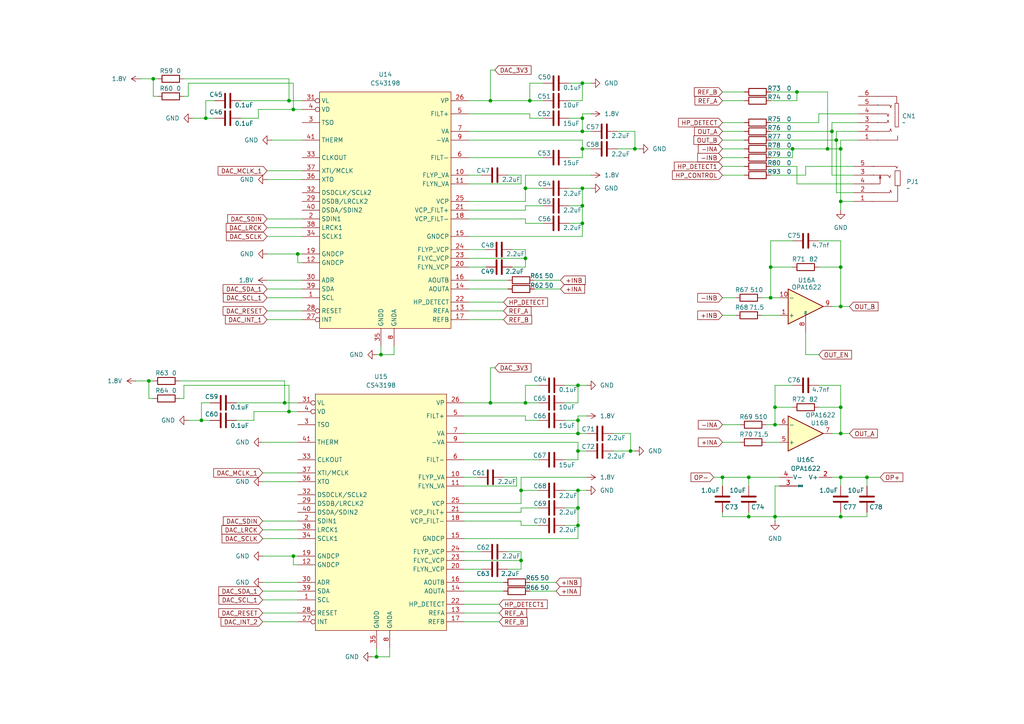
<source format=kicad_sch>
(kicad_sch (version 20250114) (generator "eeschema") (generator_version "9.0")
  (paper "A4")
  (junction (at 168.91 59.69))
  (junction (at 217.17 149.86))
  (junction (at 168.91 34.29))
  (junction (at 209.55 138.43))
  (junction (at 243.84 149.86))
  (junction (at 224.79 123.19))
  (junction (at 167.64 130.81))
  (junction (at 251.46 138.43))
  (junction (at 231.14 26.67))
  (junction (at 241.3 38.1))
  (junction (at 142.24 29.21))
  (junction (at 224.79 118.11))
  (junction (at 168.91 24.13))
  (junction (at 142.24 116.84))
  (junction (at 182.88 130.81))
  (junction (at 152.4 54.61))
  (junction (at 167.64 147.32))
  (junction (at 243.84 125.73))
  (junction (at 44.45 22.86))
  (junction (at 168.91 38.1))
  (junction (at 243.84 138.43))
  (junction (at 110.49 102.87))
  (junction (at 223.52 77.47))
  (junction (at 229.87 43.18))
  (junction (at 59.69 34.29))
  (junction (at 85.09 31.75))
  (junction (at 83.82 29.21))
  (junction (at 152.4 74.93))
  (junction (at 167.64 142.24))
  (junction (at 243.84 88.9))
  (junction (at 151.13 162.56))
  (junction (at 168.91 64.77))
  (junction (at 167.64 111.76))
  (junction (at 243.84 58.42))
  (junction (at 109.22 190.5))
  (junction (at 83.82 119.38))
  (junction (at 223.52 86.36))
  (junction (at 151.13 142.24))
  (junction (at 152.4 116.84))
  (junction (at 240.03 43.18))
  (junction (at 242.57 40.64))
  (junction (at 82.55 116.84))
  (junction (at 85.09 161.29))
  (junction (at 243.84 43.18))
  (junction (at 153.67 29.21))
  (junction (at 43.18 110.49))
  (junction (at 168.91 43.18))
  (junction (at 243.84 77.47))
  (junction (at 243.84 118.11))
  (junction (at 168.91 54.61))
  (junction (at 167.64 121.92))
  (junction (at 217.17 138.43))
  (junction (at 86.36 73.66))
  (junction (at 58.42 121.92))
  (junction (at 167.64 125.73))
  (junction (at 167.64 152.4))
  (junction (at 224.79 149.86))
  (junction (at 184.15 43.18))
  (wire (pts (xy 209.55 91.44) (xy 213.36 91.44)))
  (wire (pts (xy 151.13 152.4) (xy 156.21 152.4)))
  (wire (pts (xy 163.83 111.76) (xy 167.64 111.76)))
  (wire (pts (xy 170.18 138.43) (xy 151.13 138.43)))
  (wire (pts (xy 77.47 68.58) (xy 87.63 68.58)))
  (wire (pts (xy 168.91 43.18) (xy 168.91 45.72)))
  (wire (pts (xy 231.14 26.67) (xy 240.03 26.67)))
  (wire (pts (xy 224.79 118.11) (xy 224.79 123.19)))
  (wire (pts (xy 135.89 58.42) (xy 152.4 58.42)))
  (wire (pts (xy 54.61 121.92) (xy 58.42 121.92)))
  (wire (pts (xy 135.89 53.34) (xy 151.13 53.34)))
  (wire (pts (xy 237.49 111.76) (xy 243.84 111.76)))
  (wire (pts (xy 44.45 110.49) (xy 43.18 110.49)))
  (wire (pts (xy 170.18 120.65) (xy 167.64 120.65)))
  (wire (pts (xy 222.25 123.19) (xy 224.79 123.19)))
  (wire (pts (xy 237.49 33.02) (xy 248.92 33.02)))
  (wire (pts (xy 74.93 31.75) (xy 85.09 31.75)))
  (wire (pts (xy 243.84 138.43) (xy 251.46 138.43)))
  (wire (pts (xy 151.13 148.59) (xy 151.13 147.32)))
  (wire (pts (xy 134.62 171.45) (xy 146.05 171.45)))
  (wire (pts (xy 229.87 43.18) (xy 223.52 43.18)))
  (wire (pts (xy 78.74 40.64) (xy 87.63 40.64)))
  (wire (pts (xy 229.87 69.85) (xy 223.52 69.85)))
  (wire (pts (xy 223.52 77.47) (xy 223.52 86.36)))
  (wire (pts (xy 163.83 152.4) (xy 167.64 152.4)))
  (wire (pts (xy 224.79 149.86) (xy 224.79 151.13)))
  (wire (pts (xy 73.66 119.38) (xy 83.82 119.38)))
  (wire (pts (xy 135.89 29.21) (xy 142.24 29.21)))
  (wire (pts (xy 217.17 138.43) (xy 217.17 140.97)))
  (wire (pts (xy 168.91 24.13) (xy 171.45 24.13)))
  (wire (pts (xy 223.52 26.67) (xy 231.14 26.67)))
  (wire (pts (xy 134.62 146.05) (xy 151.13 146.05)))
  (wire (pts (xy 224.79 140.97) (xy 226.06 140.97)))
  (wire (pts (xy 135.89 38.1) (xy 168.91 38.1)))
  (wire (pts (xy 167.64 111.76) (xy 167.64 116.84)))
  (wire (pts (xy 77.47 86.36) (xy 87.63 86.36)))
  (wire (pts (xy 134.62 156.21) (xy 167.64 156.21)))
  (wire (pts (xy 143.51 20.32) (xy 142.24 20.32)))
  (wire (pts (xy 209.55 40.64) (xy 215.9 40.64)))
  (wire (pts (xy 251.46 138.43) (xy 255.27 138.43)))
  (wire (pts (xy 107.95 190.5) (xy 109.22 190.5)))
  (wire (pts (xy 167.64 130.81) (xy 167.64 133.35)))
  (wire (pts (xy 135.89 77.47) (xy 140.97 77.47)))
  (wire (pts (xy 153.67 168.91) (xy 161.29 168.91)))
  (wire (pts (xy 168.91 40.64) (xy 168.91 43.18)))
  (wire (pts (xy 76.2 128.27) (xy 86.36 128.27)))
  (wire (pts (xy 76.2 180.34) (xy 86.36 180.34)))
  (wire (pts (xy 243.84 88.9) (xy 241.3 88.9)))
  (wire (pts (xy 243.84 69.85) (xy 243.84 77.47)))
  (wire (pts (xy 184.15 130.81) (xy 182.88 130.81)))
  (wire (pts (xy 168.91 54.61) (xy 171.45 54.61)))
  (wire (pts (xy 142.24 20.32) (xy 142.24 29.21)))
  (wire (pts (xy 152.4 74.93) (xy 152.4 72.39)))
  (wire (pts (xy 233.68 48.26) (xy 233.68 50.8)))
  (wire (pts (xy 241.3 38.1) (xy 241.3 50.8)))
  (wire (pts (xy 168.91 38.1) (xy 171.45 38.1)))
  (wire (pts (xy 85.09 163.83) (xy 85.09 161.29)))
  (wire (pts (xy 168.91 54.61) (xy 165.1 54.61)))
  (wire (pts (xy 220.98 91.44) (xy 226.06 91.44)))
  (wire (pts (xy 152.4 54.61) (xy 157.48 54.61)))
  (wire (pts (xy 168.91 24.13) (xy 168.91 29.21)))
  (wire (pts (xy 109.22 190.5) (xy 109.22 187.96)))
  (wire (pts (xy 243.84 40.64) (xy 243.84 43.18)))
  (wire (pts (xy 135.89 90.17) (xy 146.05 90.17)))
  (wire (pts (xy 134.62 180.34) (xy 144.78 180.34)))
  (wire (pts (xy 243.84 43.18) (xy 243.84 58.42)))
  (wire (pts (xy 113.03 190.5) (xy 109.22 190.5)))
  (wire (pts (xy 165.1 24.13) (xy 168.91 24.13)))
  (wire (pts (xy 241.3 35.56) (xy 248.92 35.56)))
  (wire (pts (xy 86.36 76.2) (xy 86.36 73.66)))
  (wire (pts (xy 151.13 50.8) (xy 147.32 50.8)))
  (wire (pts (xy 237.49 33.02) (xy 237.49 35.56)))
  (wire (pts (xy 113.03 187.96) (xy 113.03 190.5)))
  (wire (pts (xy 60.96 121.92) (xy 58.42 121.92)))
  (wire (pts (xy 135.89 60.96) (xy 152.4 60.96)))
  (wire (pts (xy 251.46 149.86) (xy 243.84 149.86)))
  (wire (pts (xy 237.49 69.85) (xy 243.84 69.85)))
  (wire (pts (xy 134.62 151.13) (xy 151.13 151.13)))
  (wire (pts (xy 167.64 152.4) (xy 167.64 147.32)))
  (wire (pts (xy 243.84 40.64) (xy 248.92 40.64)))
  (wire (pts (xy 223.52 35.56) (xy 237.49 35.56)))
  (wire (pts (xy 134.62 168.91) (xy 146.05 168.91)))
  (wire (pts (xy 240.03 43.18) (xy 243.84 43.18)))
  (wire (pts (xy 171.45 50.8) (xy 152.4 50.8)))
  (wire (pts (xy 86.36 73.66) (xy 87.63 73.66)))
  (wire (pts (xy 167.64 130.81) (xy 170.18 130.81)))
  (wire (pts (xy 134.62 133.35) (xy 156.21 133.35)))
  (wire (pts (xy 149.86 138.43) (xy 146.05 138.43)))
  (wire (pts (xy 209.55 138.43) (xy 217.17 138.43)))
  (wire (pts (xy 152.4 116.84) (xy 152.4 111.76)))
  (wire (pts (xy 134.62 138.43) (xy 138.43 138.43)))
  (wire (pts (xy 168.91 38.1) (xy 168.91 34.29)))
  (wire (pts (xy 69.85 29.21) (xy 83.82 29.21)))
  (wire (pts (xy 151.13 53.34) (xy 151.13 50.8)))
  (wire (pts (xy 152.4 77.47) (xy 152.4 74.93)))
  (wire (pts (xy 77.47 63.5) (xy 87.63 63.5)))
  (wire (pts (xy 217.17 149.86) (xy 209.55 149.86)))
  (wire (pts (xy 209.55 43.18) (xy 215.9 43.18)))
  (wire (pts (xy 165.1 29.21) (xy 168.91 29.21)))
  (wire (pts (xy 207.01 138.43) (xy 209.55 138.43)))
  (wire (pts (xy 209.55 128.27) (xy 214.63 128.27)))
  (wire (pts (xy 77.47 92.71) (xy 87.63 92.71)))
  (wire (pts (xy 135.89 74.93) (xy 152.4 74.93)))
  (wire (pts (xy 76.2 156.21) (xy 86.36 156.21)))
  (wire (pts (xy 153.67 29.21) (xy 157.48 29.21)))
  (wire (pts (xy 59.69 29.21) (xy 62.23 29.21)))
  (wire (pts (xy 85.09 24.13) (xy 85.09 31.75)))
  (wire (pts (xy 77.47 81.28) (xy 87.63 81.28)))
  (wire (pts (xy 149.86 140.97) (xy 149.86 138.43)))
  (wire (pts (xy 151.13 165.1) (xy 151.13 162.56)))
  (wire (pts (xy 243.84 138.43) (xy 243.84 140.97)))
  (wire (pts (xy 243.84 125.73) (xy 241.3 125.73)))
  (wire (pts (xy 229.87 43.18) (xy 240.03 43.18)))
  (wire (pts (xy 223.52 69.85) (xy 223.52 77.47)))
  (wire (pts (xy 209.55 138.43) (xy 209.55 140.97)))
  (wire (pts (xy 167.64 142.24) (xy 170.18 142.24)))
  (wire (pts (xy 151.13 146.05) (xy 151.13 142.24)))
  (wire (pts (xy 168.91 34.29) (xy 165.1 34.29)))
  (wire (pts (xy 109.22 102.87) (xy 110.49 102.87)))
  (wire (pts (xy 152.4 50.8) (xy 152.4 54.61)))
  (wire (pts (xy 62.23 34.29) (xy 59.69 34.29)))
  (wire (pts (xy 184.15 38.1) (xy 184.15 43.18)))
  (wire (pts (xy 152.4 60.96) (xy 152.4 59.69)))
  (wire (pts (xy 110.49 102.87) (xy 110.49 100.33)))
  (wire (pts (xy 76.2 161.29) (xy 85.09 161.29)))
  (wire (pts (xy 154.94 83.82) (xy 162.56 83.82)))
  (wire (pts (xy 167.64 125.73) (xy 170.18 125.73)))
  (wire (pts (xy 209.55 50.8) (xy 215.9 50.8)))
  (wire (pts (xy 59.69 34.29) (xy 59.69 29.21)))
  (wire (pts (xy 83.82 111.76) (xy 83.82 119.38)))
  (wire (pts (xy 152.4 58.42) (xy 152.4 54.61)))
  (wire (pts (xy 39.37 110.49) (xy 43.18 110.49)))
  (wire (pts (xy 209.55 26.67) (xy 215.9 26.67)))
  (wire (pts (xy 167.64 120.65) (xy 167.64 121.92)))
  (wire (pts (xy 83.82 22.86) (xy 83.82 29.21)))
  (wire (pts (xy 76.2 137.16) (xy 86.36 137.16)))
  (wire (pts (xy 152.4 72.39) (xy 148.59 72.39)))
  (wire (pts (xy 168.91 59.69) (xy 168.91 54.61)))
  (wire (pts (xy 153.67 33.02) (xy 135.89 33.02)))
  (wire (pts (xy 220.98 86.36) (xy 223.52 86.36)))
  (wire (pts (xy 241.3 138.43) (xy 243.84 138.43)))
  (wire (pts (xy 233.68 96.52) (xy 233.68 102.87)))
  (wire (pts (xy 134.62 175.26) (xy 144.78 175.26)))
  (wire (pts (xy 224.79 149.86) (xy 217.17 149.86)))
  (wire (pts (xy 167.64 147.32) (xy 167.64 142.24)))
  (wire (pts (xy 163.83 147.32) (xy 167.64 147.32)))
  (wire (pts (xy 135.89 83.82) (xy 147.32 83.82)))
  (wire (pts (xy 209.55 35.56) (xy 215.9 35.56)))
  (wire (pts (xy 167.64 156.21) (xy 167.64 152.4)))
  (wire (pts (xy 168.91 68.58) (xy 168.91 64.77)))
  (wire (pts (xy 77.47 52.07) (xy 87.63 52.07)))
  (wire (pts (xy 242.57 55.88) (xy 247.65 55.88)))
  (wire (pts (xy 53.34 22.86) (xy 83.82 22.86)))
  (wire (pts (xy 185.42 43.18) (xy 184.15 43.18)))
  (wire (pts (xy 52.07 110.49) (xy 82.55 110.49)))
  (wire (pts (xy 224.79 140.97) (xy 224.79 149.86)))
  (wire (pts (xy 142.24 106.68) (xy 142.24 116.84)))
  (wire (pts (xy 76.2 168.91) (xy 86.36 168.91)))
  (wire (pts (xy 76.2 153.67) (xy 86.36 153.67)))
  (wire (pts (xy 134.62 177.8) (xy 144.78 177.8)))
  (wire (pts (xy 74.93 34.29) (xy 69.85 34.29)))
  (wire (pts (xy 243.84 149.86) (xy 224.79 149.86)))
  (wire (pts (xy 151.13 138.43) (xy 151.13 142.24)))
  (wire (pts (xy 86.36 163.83) (xy 85.09 163.83)))
  (wire (pts (xy 231.14 48.26) (xy 223.52 48.26)))
  (wire (pts (xy 243.84 125.73) (xy 246.38 125.73)))
  (wire (pts (xy 54.61 24.13) (xy 85.09 24.13)))
  (wire (pts (xy 76.2 173.99) (xy 86.36 173.99)))
  (wire (pts (xy 224.79 123.19) (xy 226.06 123.19)))
  (wire (pts (xy 147.32 165.1) (xy 151.13 165.1)))
  (wire (pts (xy 44.45 22.86) (xy 44.45 27.94)))
  (wire (pts (xy 87.63 76.2) (xy 86.36 76.2)))
  (wire (pts (xy 135.89 87.63) (xy 146.05 87.63)))
  (wire (pts (xy 251.46 138.43) (xy 251.46 140.97)))
  (wire (pts (xy 77.47 73.66) (xy 86.36 73.66)))
  (wire (pts (xy 152.4 111.76) (xy 156.21 111.76)))
  (wire (pts (xy 231.14 29.21) (xy 223.52 29.21)))
  (wire (pts (xy 156.21 121.92) (xy 152.4 121.92)))
  (wire (pts (xy 167.64 121.92) (xy 163.83 121.92)))
  (wire (pts (xy 233.68 102.87) (xy 237.49 102.87)))
  (wire (pts (xy 76.2 171.45) (xy 86.36 171.45)))
  (wire (pts (xy 152.4 59.69) (xy 157.48 59.69)))
  (wire (pts (xy 209.55 148.59) (xy 209.55 149.86)))
  (wire (pts (xy 168.91 64.77) (xy 168.91 59.69)))
  (wire (pts (xy 223.52 38.1) (xy 241.3 38.1)))
  (wire (pts (xy 134.62 160.02) (xy 139.7 160.02)))
  (wire (pts (xy 209.55 29.21) (xy 215.9 29.21)))
  (wire (pts (xy 182.88 125.73) (xy 182.88 130.81)))
  (wire (pts (xy 224.79 111.76) (xy 224.79 118.11)))
  (wire (pts (xy 248.92 38.1) (xy 242.57 38.1)))
  (wire (pts (xy 53.34 111.76) (xy 83.82 111.76)))
  (wire (pts (xy 73.66 119.38) (xy 73.66 121.92)))
  (wire (pts (xy 179.07 43.18) (xy 184.15 43.18)))
  (wire (pts (xy 55.88 34.29) (xy 59.69 34.29)))
  (wire (pts (xy 243.84 111.76) (xy 243.84 118.11)))
  (wire (pts (xy 177.8 125.73) (xy 182.88 125.73)))
  (wire (pts (xy 134.62 165.1) (xy 139.7 165.1)))
  (wire (pts (xy 165.1 59.69) (xy 168.91 59.69)))
  (wire (pts (xy 135.89 50.8) (xy 139.7 50.8)))
  (wire (pts (xy 153.67 34.29) (xy 153.67 33.02)))
  (wire (pts (xy 45.72 22.86) (xy 44.45 22.86)))
  (wire (pts (xy 43.18 115.57) (xy 44.45 115.57)))
  (wire (pts (xy 135.89 92.71) (xy 146.05 92.71)))
  (wire (pts (xy 229.87 111.76) (xy 224.79 111.76)))
  (wire (pts (xy 167.64 142.24) (xy 163.83 142.24)))
  (wire (pts (xy 135.89 81.28) (xy 147.32 81.28)))
  (wire (pts (xy 135.89 40.64) (xy 168.91 40.64)))
  (wire (pts (xy 171.45 33.02) (xy 168.91 33.02)))
  (wire (pts (xy 151.13 151.13) (xy 151.13 152.4)))
  (wire (pts (xy 237.49 77.47) (xy 243.84 77.47)))
  (wire (pts (xy 179.07 38.1) (xy 184.15 38.1)))
  (wire (pts (xy 237.49 118.11) (xy 243.84 118.11)))
  (wire (pts (xy 77.47 49.53) (xy 87.63 49.53)))
  (wire (pts (xy 209.55 38.1) (xy 215.9 38.1)))
  (wire (pts (xy 54.61 27.94) (xy 54.61 24.13)))
  (wire (pts (xy 58.42 116.84) (xy 60.96 116.84)))
  (wire (pts (xy 142.24 116.84) (xy 152.4 116.84)))
  (wire (pts (xy 134.62 140.97) (xy 149.86 140.97)))
  (wire (pts (xy 73.66 121.92) (xy 68.58 121.92)))
  (wire (pts (xy 134.62 116.84) (xy 142.24 116.84)))
  (wire (pts (xy 242.57 38.1) (xy 242.57 40.64)))
  (wire (pts (xy 53.34 115.57) (xy 53.34 111.76)))
  (wire (pts (xy 217.17 138.43) (xy 226.06 138.43)))
  (wire (pts (xy 209.55 123.19) (xy 214.63 123.19)))
  (wire (pts (xy 134.62 148.59) (xy 151.13 148.59)))
  (wire (pts (xy 223.52 40.64) (xy 242.57 40.64)))
  (wire (pts (xy 251.46 148.59) (xy 251.46 149.86)))
  (wire (pts (xy 76.2 139.7) (xy 86.36 139.7)))
  (wire (pts (xy 168.91 43.18) (xy 171.45 43.18)))
  (wire (pts (xy 85.09 161.29) (xy 86.36 161.29)))
  (wire (pts (xy 247.65 48.26) (xy 233.68 48.26)))
  (wire (pts (xy 243.84 58.42) (xy 243.84 60.96)))
  (wire (pts (xy 153.67 29.21) (xy 153.67 24.13)))
  (wire (pts (xy 229.87 118.11) (xy 224.79 118.11)))
  (wire (pts (xy 134.62 125.73) (xy 167.64 125.73)))
  (wire (pts (xy 229.87 45.72) (xy 229.87 43.18)))
  (wire (pts (xy 229.87 77.47) (xy 223.52 77.47)))
  (wire (pts (xy 152.4 120.65) (xy 134.62 120.65)))
  (wire (pts (xy 142.24 29.21) (xy 153.67 29.21)))
  (wire (pts (xy 240.03 26.67) (xy 240.03 43.18)))
  (wire (pts (xy 114.3 102.87) (xy 110.49 102.87)))
  (wire (pts (xy 222.25 128.27) (xy 226.06 128.27)))
  (wire (pts (xy 151.13 162.56) (xy 151.13 160.02)))
  (wire (pts (xy 134.62 162.56) (xy 151.13 162.56)))
  (wire (pts (xy 44.45 27.94) (xy 45.72 27.94)))
  (wire (pts (xy 177.8 130.81) (xy 182.88 130.81)))
  (wire (pts (xy 223.52 45.72) (xy 229.87 45.72)))
  (wire (pts (xy 135.89 72.39) (xy 140.97 72.39)))
  (wire (pts (xy 243.84 88.9) (xy 246.38 88.9)))
  (wire (pts (xy 58.42 121.92) (xy 58.42 116.84)))
  (wire (pts (xy 241.3 35.56) (xy 241.3 38.1)))
  (wire (pts (xy 241.3 50.8) (xy 247.65 50.8)))
  (wire (pts (xy 151.13 142.24) (xy 156.21 142.24)))
  (wire (pts (xy 243.84 148.59) (xy 243.84 149.86)))
  (wire (pts (xy 154.94 81.28) (xy 162.56 81.28)))
  (wire (pts (xy 74.93 31.75) (xy 74.93 34.29)))
  (wire (pts (xy 242.57 40.64) (xy 242.57 55.88)))
  (wire (pts (xy 40.64 22.86) (xy 44.45 22.86)))
  (wire (pts (xy 82.55 110.49) (xy 82.55 116.84)))
  (wire (pts (xy 77.47 66.04) (xy 87.63 66.04)))
  (wire (pts (xy 152.4 121.92) (xy 152.4 120.65)))
  (wire (pts (xy 217.17 148.59) (xy 217.17 149.86)))
  (wire (pts (xy 87.63 31.75) (xy 85.09 31.75)))
  (wire (pts (xy 243.84 118.11) (xy 243.84 125.73)))
  (wire (pts (xy 167.64 111.76) (xy 170.18 111.76)))
  (wire (pts (xy 143.51 106.68) (xy 142.24 106.68)))
  (wire (pts (xy 83.82 29.21) (xy 87.63 29.21)))
  (wire (pts (xy 167.64 125.73) (xy 167.64 121.92)))
  (wire (pts (xy 231.14 26.67) (xy 231.14 29.21)))
  (wire (pts (xy 151.13 147.32) (xy 156.21 147.32)))
  (wire (pts (xy 76.2 151.13) (xy 86.36 151.13)))
  (wire (pts (xy 209.55 45.72) (xy 215.9 45.72)))
  (wire (pts (xy 167.64 128.27) (xy 167.64 130.81)))
  (wire (pts (xy 153.67 24.13) (xy 157.48 24.13)))
  (wire (pts (xy 76.2 177.8) (xy 86.36 177.8)))
  (wire (pts (xy 148.59 77.47) (xy 152.4 77.47)))
  (wire (pts (xy 52.07 115.57) (xy 53.34 115.57)))
  (wire (pts (xy 53.34 27.94) (xy 54.61 27.94)))
  (wire (pts (xy 135.89 63.5) (xy 152.4 63.5)))
  (wire (pts (xy 223.52 86.36) (xy 226.06 86.36)))
  (wire (pts (xy 151.13 160.02) (xy 147.32 160.02)))
  (wire (pts (xy 135.89 45.72) (xy 157.48 45.72)))
  (wire (pts (xy 135.89 68.58) (xy 168.91 68.58)))
  (wire (pts (xy 152.4 63.5) (xy 152.4 64.77)))
  (wire (pts (xy 165.1 64.77) (xy 168.91 64.77)))
  (wire (pts (xy 157.48 34.29) (xy 153.67 34.29)))
  (wire (pts (xy 209.55 48.26) (xy 215.9 48.26)))
  (wire (pts (xy 168.91 33.02) (xy 168.91 34.29)))
  (wire (pts (xy 153.67 171.45) (xy 161.29 171.45)))
  (wire (pts (xy 243.84 77.47) (xy 243.84 88.9)))
  (wire (pts (xy 233.68 50.8) (xy 223.52 50.8)))
  (wire (pts (xy 77.47 90.17) (xy 87.63 90.17)))
  (wire (pts (xy 231.14 53.34) (xy 231.14 48.26)))
  (wire (pts (xy 77.47 83.82) (xy 87.63 83.82)))
  (wire (pts (xy 114.3 100.33) (xy 114.3 102.87)))
  (wire (pts (xy 86.36 119.38) (xy 83.82 119.38)))
  (wire (pts (xy 152.4 64.77) (xy 157.48 64.77)))
  (wire (pts (xy 243.84 58.42) (xy 247.65 58.42)))
  (wire (pts (xy 134.62 128.27) (xy 167.64 128.27)))
  (wire (pts (xy 209.55 86.36) (xy 213.36 86.36)))
  (wire (pts (xy 165.1 45.72) (xy 168.91 45.72)))
  (wire (pts (xy 163.83 133.35) (xy 167.64 133.35)))
  (wire (pts (xy 247.65 53.34) (xy 231.14 53.34)))
  (wire (pts (xy 68.58 116.84) (xy 82.55 116.84)))
  (wire (pts (xy 82.55 116.84) (xy 86.36 116.84)))
  (wire (pts (xy 163.83 116.84) (xy 167.64 116.84)))
  (wire (pts (xy 43.18 110.49) (xy 43.18 115.57)))
  (wire (pts (xy 152.4 116.84) (xy 156.21 116.84)))
  (global_label "DAC_RESET" (shape input) (at 76.2 177.8 180) (property "Intersheetrefs" "${INTERSHEET_REFS}" (effects (hide yes))))
  (global_label "+INB" (shape input) (at 162.56 81.28 0) (property "Intersheetrefs" "${INTERSHEET_REFS}" (effects (hide yes))))
  (global_label "REF_A" (shape input) (at 209.55 29.21 180) (property "Intersheetrefs" "${INTERSHEET_REFS}" (effects (hide yes))))
  (global_label "OUT_A" (shape input) (at 209.55 38.1 180) (property "Intersheetrefs" "${INTERSHEET_REFS}" (effects (hide yes))))
  (global_label "REF_B" (shape input) (at 146.05 92.71 0) (property "Intersheetrefs" "${INTERSHEET_REFS}" (effects (hide yes))))
  (global_label "DAC_SDA_1" (shape input) (at 77.47 83.82 180) (property "Intersheetrefs" "${INTERSHEET_REFS}" (effects (hide yes))))
  (global_label "+INA" (shape input) (at 209.55 128.27 180) (property "Intersheetrefs" "${INTERSHEET_REFS}" (effects (hide yes))))
  (global_label "DAC_LRCK" (shape input) (at 77.47 66.04 180) (property "Intersheetrefs" "${INTERSHEET_REFS}" (effects (hide yes))))
  (global_label "+INB" (shape input) (at 161.29 168.91 0) (property "Intersheetrefs" "${INTERSHEET_REFS}" (effects (hide yes))))
  (global_label "OUT_A" (shape input) (at 246.38 125.73 0) (property "Intersheetrefs" "${INTERSHEET_REFS}" (effects (hide yes))))
  (global_label "-INB" (shape input) (at 209.55 45.72 180) (property "Intersheetrefs" "${INTERSHEET_REFS}" (effects (hide yes))))
  (global_label "-INB" (shape input) (at 209.55 86.36 180) (property "Intersheetrefs" "${INTERSHEET_REFS}" (effects (hide yes))))
  (global_label "-INA" (shape input) (at 209.55 43.18 180) (property "Intersheetrefs" "${INTERSHEET_REFS}" (effects (hide yes))))
  (global_label "REF_B" (shape input) (at 144.78 180.34 0) (property "Intersheetrefs" "${INTERSHEET_REFS}" (effects (hide yes))))
  (global_label "HP_CONTROL" (shape input) (at 209.55 50.8 180) (property "Intersheetrefs" "${INTERSHEET_REFS}" (effects (hide yes))))
  (global_label "DAC_SCL_1" (shape input) (at 76.2 173.99 180) (property "Intersheetrefs" "${INTERSHEET_REFS}" (effects (hide yes))))
  (global_label "DAC_LRCK" (shape input) (at 76.2 153.67 180) (property "Intersheetrefs" "${INTERSHEET_REFS}" (effects (hide yes))))
  (global_label "DAC_MCLK_1" (shape input) (at 76.2 137.16 180) (property "Intersheetrefs" "${INTERSHEET_REFS}" (effects (hide yes))))
  (global_label "DAC_3V3" (shape input) (at 143.51 106.68 0) (property "Intersheetrefs" "${INTERSHEET_REFS}" (effects (hide yes))))
  (global_label "DAC_RESET" (shape input) (at 77.47 90.17 180) (property "Intersheetrefs" "${INTERSHEET_REFS}" (effects (hide yes))))
  (global_label "DAC_INT_1" (shape input) (at 77.47 92.71 180) (property "Intersheetrefs" "${INTERSHEET_REFS}" (effects (hide yes))))
  (global_label "+INA" (shape input) (at 162.56 83.82 0) (property "Intersheetrefs" "${INTERSHEET_REFS}" (effects (hide yes))))
  (global_label "DAC_SDIN" (shape input) (at 76.2 151.13 180) (property "Intersheetrefs" "${INTERSHEET_REFS}" (effects (hide yes))))
  (global_label "REF_A" (shape input) (at 146.05 90.17 0) (property "Intersheetrefs" "${INTERSHEET_REFS}" (effects (hide yes))))
  (global_label "HP_DETECT" (shape input) (at 146.05 87.63 0) (property "Intersheetrefs" "${INTERSHEET_REFS}" (effects (hide yes))))
  (global_label "DAC_3V3" (shape input) (at 143.51 20.32 0) (property "Intersheetrefs" "${INTERSHEET_REFS}" (effects (hide yes))))
  (global_label "DAC_SCL_1" (shape input) (at 77.47 86.36 180) (property "Intersheetrefs" "${INTERSHEET_REFS}" (effects (hide yes))))
  (global_label "DAC_MCLK_1" (shape input) (at 77.47 49.53 180) (property "Intersheetrefs" "${INTERSHEET_REFS}" (effects (hide yes))))
  (global_label "+INB" (shape input) (at 209.55 91.44 180) (property "Intersheetrefs" "${INTERSHEET_REFS}" (effects (hide yes))))
  (global_label "REF_A" (shape input) (at 144.78 177.8 0) (property "Intersheetrefs" "${INTERSHEET_REFS}" (effects (hide yes))))
  (global_label "OP+" (shape input) (at 255.27 138.43 0) (property "Intersheetrefs" "${INTERSHEET_REFS}" (effects (hide yes))))
  (global_label "OUT_EN" (shape input) (at 237.49 102.87 0) (property "Intersheetrefs" "${INTERSHEET_REFS}" (effects (hide yes))))
  (global_label "DAC_SDIN" (shape input) (at 77.47 63.5 180) (property "Intersheetrefs" "${INTERSHEET_REFS}" (effects (hide yes))))
  (global_label "-INA" (shape input) (at 209.55 123.19 180) (property "Intersheetrefs" "${INTERSHEET_REFS}" (effects (hide yes))))
  (global_label "HP_DETECT" (shape input) (at 209.55 35.56 180) (property "Intersheetrefs" "${INTERSHEET_REFS}" (effects (hide yes))))
  (global_label "DAC_SCLK" (shape input) (at 76.2 156.21 180) (property "Intersheetrefs" "${INTERSHEET_REFS}" (effects (hide yes))))
  (global_label "OP-" (shape input) (at 207.01 138.43 180) (property "Intersheetrefs" "${INTERSHEET_REFS}" (effects (hide yes))))
  (global_label "+INA" (shape input) (at 161.29 171.45 0) (property "Intersheetrefs" "${INTERSHEET_REFS}" (effects (hide yes))))
  (global_label "HP_DETECT1" (shape input) (at 144.78 175.26 0) (property "Intersheetrefs" "${INTERSHEET_REFS}" (effects (hide yes))))
  (global_label "REF_B" (shape input) (at 209.55 26.67 180) (property "Intersheetrefs" "${INTERSHEET_REFS}" (effects (hide yes))))
  (global_label "DAC_INT_2" (shape input) (at 76.2 180.34 180) (property "Intersheetrefs" "${INTERSHEET_REFS}" (effects (hide yes))))
  (global_label "OUT_B" (shape input) (at 209.55 40.64 180) (property "Intersheetrefs" "${INTERSHEET_REFS}" (effects (hide yes))))
  (global_label "DAC_SCLK" (shape input) (at 77.47 68.58 180) (property "Intersheetrefs" "${INTERSHEET_REFS}" (effects (hide yes))))
  (global_label "DAC_SDA_1" (shape input) (at 76.2 171.45 180) (property "Intersheetrefs" "${INTERSHEET_REFS}" (effects (hide yes))))
  (global_label "OUT_B" (shape input) (at 246.38 88.9 0) (property "Intersheetrefs" "${INTERSHEET_REFS}" (effects (hide yes))))
  (global_label "HP_DETECT1" (shape input) (at 209.55 48.26 180) (property "Intersheetrefs" "${INTERSHEET_REFS}" (effects (hide yes))))
  (symbol (lib_id "power:VCC") (at 171.45 33.02 270) (unit 1)
    (property "Reference" "#PWR0119" (effects (hide yes)))
    (property "Value" "1.8V" (at 175.26 33.0199 90) (effects (justify left)))
    (property "Description" "Power symbol creates a global label with name \"VCC\"" (effects (hide yes)))
  )
  (symbol (lib_id "power:GND") (at 76.2 128.27 270) (unit 1)
    (property "Reference" "#PWR0104" (effects (hide yes)))
    (property "Value" "GND" (at 72.39 128.2699 90) (effects (justify right)))
    (property "Description" "Power symbol creates a global label with name \"GND\" , ground" (effects (hide yes)))
  )
  (symbol (lib_id "Device:C") (at 209.55 144.78 180) (unit 1)
    (property "Reference" "C73" (at 214.122 147.066 0) (effects (justify left)))
    (property "Value" "1.0uF" (at 208.788 142.24 0) (effects (justify left)))
    (property "Footprint" "Capacitor_SMD:C_0402_1005Metric_Pad0.74x0.62mm_HandSolder" (effects (hide yes)))
    (property "Description" "Unpolarized capacitor" (effects (hide yes)))
  )
  (symbol (lib_id "power:GND") (at 76.2 168.91 270) (unit 1)
    (property "Reference" "#PWR0107" (effects (hide yes)))
    (property "Value" "GND" (at 72.39 168.9099 90) (effects (justify right)))
    (property "Description" "Power symbol creates a global label with name \"GND\" , ground" (effects (hide yes)))
  )
  (symbol (lib_id "power:VCC") (at 170.18 138.43 270) (unit 1)
    (property "Reference" "#PWR0116" (effects (hide yes)))
    (property "Value" "1.8V" (at 173.99 138.4299 90) (effects (justify left)))
    (property "Description" "Power symbol creates a global label with name \"VCC\"" (effects (hide yes)))
  )
  (symbol (lib_id "Device:C") (at 142.24 138.43 270) (unit 1)
    (property "Reference" "C61" (at 136.906 137.16 90) (effects (justify left)))
    (property "Value" "2.2uF" (at 144.272 139.7 90) (effects (justify left)))
    (property "Footprint" "Capacitor_SMD:C_0402_1005Metric_Pad0.74x0.62mm_HandSolder" (effects (hide yes)))
    (property "Description" "Unpolarized capacitor" (effects (hide yes)))
  )
  (symbol (lib_id "Device:R") (at 217.17 86.36 270) (unit 1)
    (property "Reference" "R67" (at 215.138 84.074 90))
    (property "Value" "510" (at 219.456 84.074 90))
    (property "Footprint" "Resistor_SMD:R_0805_2012Metric" (effects (hide yes)))
    (property "Description" "Resistor" (effects (hide yes)))
  )
  (symbol (lib_id "Device:R") (at 219.71 38.1 270) (unit 1)
    (property "Reference" "R76" (at 224.536 37.084 90))
    (property "Value" "0" (at 228.854 37.084 90))
    (property "Footprint" "Resistor_SMD:R_0805_2012Metric" (effects (hide yes)))
    (property "Description" "Resistor" (effects (hide yes)))
  )
  (symbol (lib_id "Device:C") (at 175.26 43.18 270) (unit 1)
    (property "Reference" "C58" (at 169.926 41.91 90) (effects (justify left)))
    (property "Value" "2.2uF" (at 177.292 44.704 90) (effects (justify left)))
    (property "Footprint" "Capacitor_SMD:C_0402_1005Metric_Pad0.74x0.62mm_HandSolder" (effects (hide yes)))
    (property "Description" "Unpolarized capacitor" (effects (hide yes)))
  )
  (symbol (lib_id "Device:C") (at 144.78 72.39 270) (unit 1)
    (property "Reference" "C48" (at 139.446 71.12 90) (effects (justify left)))
    (property "Value" "2.2uF" (at 146.812 73.66 90) (effects (justify left)))
    (property "Footprint" "Capacitor_SMD:C_0402_1005Metric_Pad0.74x0.62mm_HandSolder" (effects (hide yes)))
    (property "Description" "Unpolarized capacitor" (effects (hide yes)))
  )
  (symbol (lib_id "Device:R") (at 151.13 81.28 270) (unit 1)
    (property "Reference" "R61" (at 155.702 80.01 90))
    (property "Value" "50" (at 159.258 80.01 90))
    (property "Footprint" "Resistor_SMD:R_0805_2012Metric" (effects (hide yes)))
    (property "Description" "Resistor" (effects (hide yes)))
  )
  (symbol (lib_id "power:VCC") (at 39.37 110.49 90) (unit 1)
    (property "Reference" "#PWR0100" (effects (hide yes)))
    (property "Value" "1.8V" (at 35.4458 110.4899 90) (effects (justify left)))
    (property "Description" "Power symbol creates a global label with name \"VCC\"" (effects (hide yes)))
  )
  (symbol (lib_id "power:GND") (at 77.47 73.66 270) (unit 1)
    (property "Reference" "#PWR0109" (effects (hide yes)))
    (property "Value" "GND" (at 73.66 73.6599 90) (effects (justify right)))
    (property "Description" "Power symbol creates a global label with name \"GND\" , ground" (effects (hide yes)))
  )
  (symbol (lib_id "Device:R") (at 219.71 45.72 270) (unit 1)
    (property "Reference" "R79" (at 224.536 44.704 90))
    (property "Value" "0" (at 228.854 44.704 90))
    (property "Footprint" "Resistor_SMD:R_0805_2012Metric" (effects (hide yes)))
    (property "Description" "Resistor" (effects (hide yes)))
  )
  (symbol (lib_id "Device:R") (at 219.71 26.67 270) (unit 1)
    (property "Reference" "R73" (at 224.536 25.654 90))
    (property "Value" "0" (at 228.854 25.654 90))
    (property "Footprint" "Resistor_SMD:R_0805_2012Metric" (effects (hide yes)))
    (property "Description" "Resistor" (effects (hide yes)))
  )
  (symbol (lib_id "power:GND") (at 76.2 139.7 270) (unit 1)
    (property "Reference" "#PWR0105" (effects (hide yes)))
    (property "Value" "GND" (at 72.39 139.6999 90) (effects (justify right)))
    (property "Description" "Power symbol creates a global label with name \"GND\" , ground" (effects (hide yes)))
  )
  (symbol (lib_id "Device:C") (at 160.02 116.84 90) (unit 1)
    (property "Reference" "C65" (at 158.496 115.57 90) (effects (justify left)))
    (property "Value" "10uF" (at 166.878 118.11 90) (effects (justify left)))
    (property "Footprint" "Capacitor_SMD:C_0402_1005Metric_Pad0.74x0.62mm_HandSolder" (effects (hide yes)))
    (property "Description" "Unpolarized capacitor" (effects (hide yes)))
  )
  (symbol (lib_id "Device:C") (at 161.29 29.21 90) (unit 1)
    (property "Reference" "C51" (at 159.766 27.94 90) (effects (justify left)))
    (property "Value" "10uF" (at 168.148 30.48 90) (effects (justify left)))
    (property "Footprint" "Capacitor_SMD:C_0402_1005Metric_Pad0.74x0.62mm_HandSolder" (effects (hide yes)))
    (property "Description" "Unpolarized capacitor" (effects (hide yes)))
  )
  (symbol (lib_id "Device:C") (at 251.46 144.78 180) (unit 1)
    (property "Reference" "C78" (at 256.032 147.066 0) (effects (justify left)))
    (property "Value" "10uF" (at 250.698 142.24 0) (effects (justify left)))
    (property "Footprint" "Capacitor_SMD:C_0402_1005Metric_Pad0.74x0.62mm_HandSolder" (effects (hide yes)))
    (property "Description" "Unpolarized capacitor" (effects (hide yes)))
  )
  (symbol (lib_id "power:GND") (at 224.79 151.13 0) (unit 1)
    (property "Reference" "#PWR0124" (effects (hide yes)))
    (property "Value" "GND" (at 224.79 156.21 0))
    (property "Description" "Power symbol creates a global label with name \"GND\" , ground" (effects (hide yes)))
  )
  (symbol (lib_id "power:GND") (at 77.47 52.07 270) (unit 1)
    (property "Reference" "#PWR0108" (effects (hide yes)))
    (property "Value" "GND" (at 73.66 52.0699 90) (effects (justify right)))
    (property "Description" "Power symbol creates a global label with name \"GND\" , ground" (effects (hide yes)))
  )
  (symbol (lib_id "power:GND") (at 170.18 142.24 90) (unit 1)
    (property "Reference" "#PWR0117" (effects (hide yes)))
    (property "Value" "GND" (at 173.99 142.2399 90) (effects (justify right)))
    (property "Description" "Power symbol creates a global label with name \"GND\" , ground" (effects (hide yes)))
  )
  (symbol (lib_id "Device:R") (at 219.71 40.64 270) (unit 1)
    (property "Reference" "R77" (at 224.536 39.624 90))
    (property "Value" "0" (at 228.854 39.624 90))
    (property "Footprint" "Resistor_SMD:R_0805_2012Metric" (effects (hide yes)))
    (property "Description" "Resistor" (effects (hide yes)))
  )
  (symbol (lib_id "Device:R") (at 48.26 110.49 270) (unit 1)
    (property "Reference" "R63" (at 46.99 108.204 90))
    (property "Value" "0" (at 50.546 108.204 90))
    (property "Footprint" "Resistor_SMD:R_0402_1005Metric_Pad0.72x0.64mm_HandSolder" (effects (hide yes)))
    (property "Description" "Resistor" (effects (hide yes)))
  )
  (symbol (lib_id "Device:C") (at 175.26 38.1 270) (unit 1)
    (property "Reference" "C57" (at 169.926 36.83 90) (effects (justify left)))
    (property "Value" "2.2uF" (at 177.292 39.37 90) (effects (justify left)))
    (property "Footprint" "Capacitor_SMD:C_0402_1005Metric_Pad0.74x0.62mm_HandSolder" (effects (hide yes)))
    (property "Description" "Unpolarized capacitor" (effects (hide yes)))
  )
  (symbol (lib_id "Device:C") (at 243.84 144.78 180) (unit 1)
    (property "Reference" "C77" (at 248.412 147.066 0) (effects (justify left)))
    (property "Value" "1.0uF" (at 243.078 142.24 0) (effects (justify left)))
    (property "Footprint" "Capacitor_SMD:C_0402_1005Metric_Pad0.74x0.62mm_HandSolder" (effects (hide yes)))
    (property "Description" "Unpolarized capacitor" (effects (hide yes)))
  )
  (symbol (lib_id "power:GND") (at 107.95 190.5 270) (unit 1)
    (property "Reference" "#PWR0112" (effects (hide yes)))
    (property "Value" "GND" (at 104.14 190.4999 90) (effects (justify right)))
    (property "Description" "Power symbol creates a global label with name \"GND\" , ground" (effects (hide yes)))
  )
  (symbol (lib_id "Device:R") (at 149.86 168.91 270) (unit 1)
    (property "Reference" "R65" (at 154.432 167.64 90))
    (property "Value" "50" (at 157.988 167.64 90))
    (property "Footprint" "Resistor_SMD:R_0805_2012Metric" (effects (hide yes)))
    (property "Description" "Resistor" (effects (hide yes)))
  )
  (symbol (lib_id "Device:C") (at 160.02 121.92 90) (unit 1)
    (property "Reference" "C66" (at 158.496 120.65 90) (effects (justify left)))
    (property "Value" "15uF" (at 166.878 123.444 90) (effects (justify left)))
    (property "Footprint" "Capacitor_SMD:C_0402_1005Metric_Pad0.74x0.62mm_HandSolder" (effects (hide yes)))
    (property "Description" "Unpolarized capacitor" (effects (hide yes)))
  )
  (symbol (lib_id "Device:R") (at 218.44 128.27 270) (unit 1)
    (property "Reference" "R70" (at 216.408 125.984 90))
    (property "Value" "71.5" (at 220.726 125.984 90))
    (property "Footprint" "Resistor_SMD:R_0805_2012Metric" (effects (hide yes)))
    (property "Description" "Resistor" (effects (hide yes)))
  )
  (symbol (lib_id "Device:R") (at 49.53 22.86 270) (unit 1)
    (property "Reference" "R59" (at 48.26 20.574 90))
    (property "Value" "0" (at 51.816 20.574 90))
    (property "Footprint" "Resistor_SMD:R_0402_1005Metric_Pad0.72x0.64mm_HandSolder" (effects (hide yes)))
    (property "Description" "Resistor" (effects (hide yes)))
  )
  (symbol (lib_id "power:GND") (at 171.45 54.61 90) (unit 1)
    (property "Reference" "#PWR0121" (effects (hide yes)))
    (property "Value" "GND" (at 175.26 54.6099 90) (effects (justify right)))
    (property "Description" "Power symbol creates a global label with name \"GND\" , ground" (effects (hide yes)))
  )
  (symbol (lib_id "Device:C") (at 160.02 133.35 90) (unit 1)
    (property "Reference" "C67" (at 158.496 132.08 90) (effects (justify left)))
    (property "Value" "15uF" (at 166.878 134.874 90) (effects (justify left)))
    (property "Footprint" "Capacitor_SMD:C_0402_1005Metric_Pad0.74x0.62mm_HandSolder" (effects (hide yes)))
    (property "Description" "Unpolarized capacitor" (effects (hide yes)))
  )
  (symbol (lib_id "Device:C") (at 64.77 121.92 270) (unit 1)
    (property "Reference" "C60" (at 59.436 120.142 90) (effects (justify left)))
    (property "Value" "0.1uF" (at 66.802 123.444 90) (effects (justify left)))
    (property "Footprint" "Capacitor_SMD:C_0402_1005Metric_Pad0.74x0.62mm_HandSolder" (effects (hide yes)))
    (property "Description" "Unpolarized capacitor" (effects (hide yes)))
  )
  (symbol (lib_id "Device:C") (at 233.68 111.76 270) (unit 1)
    (property "Reference" "C76" (at 228.346 110.236 90) (effects (justify left)))
    (property "Value" "4.7nf" (at 235.458 113.03 90) (effects (justify left)))
    (property "Footprint" "Capacitor_SMD:C_0805_2012Metric_Pad1.18x1.45mm_HandSolder" (effects (hide yes)))
    (property "Description" "Unpolarized capacitor" (effects (hide yes)))
  )
  (symbol (lib_id "Device:R") (at 219.71 48.26 270) (unit 1)
    (property "Reference" "R80" (at 224.536 47.244 90))
    (property "Value" "0" (at 228.854 47.244 90))
    (property "Footprint" "Resistor_SMD:R_0805_2012Metric" (effects (hide yes)))
    (property "Description" "Resistor" (effects (hide yes)))
  )
  (symbol (lib_id "Device:C") (at 160.02 142.24 270) (unit 1)
    (property "Reference" "C68" (at 154.686 140.97 90) (effects (justify left)))
    (property "Value" "2.2uF" (at 162.052 143.764 90) (effects (justify left)))
    (property "Footprint" "Capacitor_SMD:C_0402_1005Metric_Pad0.74x0.62mm_HandSolder" (effects (hide yes)))
    (property "Description" "Unpolarized capacitor" (effects (hide yes)))
  )
  (symbol (lib_id "Device:C") (at 143.51 50.8 270) (unit 1)
    (property "Reference" "C47" (at 138.176 49.53 90) (effects (justify left)))
    (property "Value" "2.2uF" (at 145.542 52.07 90) (effects (justify left)))
    (property "Footprint" "Capacitor_SMD:C_0402_1005Metric_Pad0.74x0.62mm_HandSolder" (effects (hide yes)))
    (property "Description" "Unpolarized capacitor" (effects (hide yes)))
  )
  (symbol (lib_id "Device:C") (at 160.02 152.4 270) (unit 1)
    (property "Reference" "C70" (at 154.686 151.13 90) (effects (justify left)))
    (property "Value" "2.2uF" (at 162.052 153.67 90) (effects (justify left)))
    (property "Footprint" "Capacitor_SMD:C_0402_1005Metric_Pad0.74x0.62mm_HandSolder" (effects (hide yes)))
    (property "Description" "Unpolarized capacitor" (effects (hide yes)))
  )
  (symbol (lib_id "Device:R") (at 49.53 27.94 270) (unit 1)
    (property "Reference" "R60" (at 48.26 25.654 90))
    (property "Value" "0" (at 51.816 25.654 90))
    (property "Footprint" "Resistor_SMD:R_0402_1005Metric_Pad0.72x0.64mm_HandSolder" (effects (hide yes)))
    (property "Description" "Resistor" (effects (hide yes)))
  )
  (symbol (lib_id "Device:R") (at 219.71 50.8 270) (unit 1)
    (property "Reference" "R93" (at 224.536 49.784 90))
    (property "Value" "0" (at 228.854 49.784 90))
    (property "Footprint" "Resistor_SMD:R_0805_2012Metric" (effects (hide yes)))
    (property "Description" "Resistor" (effects (hide yes)))
  )
  (symbol (lib_id "power:GND") (at 171.45 24.13 90) (unit 1)
    (property "Reference" "#PWR0118" (effects (hide yes)))
    (property "Value" "GND" (at 175.26 24.1299 90) (effects (justify right)))
    (property "Description" "Power symbol creates a global label with name \"GND\" , ground" (effects (hide yes)))
  )
  (symbol (lib_id "Device:C") (at 161.29 64.77 270) (unit 1)
    (property "Reference" "C56" (at 155.956 63.5 90) (effects (justify left)))
    (property "Value" "2.2uF" (at 163.322 66.04 90) (effects (justify left)))
    (property "Footprint" "Capacitor_SMD:C_0402_1005Metric_Pad0.74x0.62mm_HandSolder" (effects (hide yes)))
    (property "Description" "Unpolarized capacitor" (effects (hide yes)))
  )
  (symbol (lib_id "coloryr:CS43198") (at 92.71 26.67 0) (unit 1)
    (property "Reference" "U14" (at 111.76 21.59 0))
    (property "Value" "CS43198" (at 111.76 24.13 0))
    (property "Footprint" "Package_DFN_QFN:QFN-40-1EP_5x5mm_P0.4mm_EP3.6x3.6mm_ThermalVias" (effects (hide yes)))
  )
  (symbol (lib_id "Device:C") (at 64.77 116.84 270) (unit 1)
    (property "Reference" "C59" (at 59.436 115.062 90) (effects (justify left)))
    (property "Value" "0.1uF" (at 66.802 118.11 90) (effects (justify left)))
    (property "Footprint" "Capacitor_SMD:C_0402_1005Metric_Pad0.74x0.62mm_HandSolder" (effects (hide yes)))
    (property "Description" "Unpolarized capacitor" (effects (hide yes)))
  )
  (symbol (lib_id "power:VCC") (at 171.45 50.8 270) (unit 1)
    (property "Reference" "#PWR0120" (effects (hide yes)))
    (property "Value" "1.8V" (at 175.26 50.7999 90) (effects (justify left)))
    (property "Description" "Power symbol creates a global label with name \"VCC\"" (effects (hide yes)))
  )
  (symbol (lib_id "Device:C") (at 161.29 54.61 270) (unit 1)
    (property "Reference" "C54" (at 155.956 53.34 90) (effects (justify left)))
    (property "Value" "2.2uF" (at 163.322 56.134 90) (effects (justify left)))
    (property "Footprint" "Capacitor_SMD:C_0402_1005Metric_Pad0.74x0.62mm_HandSolder" (effects (hide yes)))
    (property "Description" "Unpolarized capacitor" (effects (hide yes)))
  )
  (symbol (lib_id "Amplifier_Audio:OPA1622") (at 233.68 88.9 0) (mirror x) (unit 1)
    (property "Reference" "U16" (at 233.934 81.28 0))
    (property "Value" "OPA1622" (at 233.934 83.312 0))
    (property "Footprint" "Package_SON:Texas_S-PVSON-N10" (effects (hide yes)))
    (property "Datasheet" "http://www.ti.com/lit/ds/symlink/opa1622.pdf" (effects (hide yes)))
    (property "Description" "High-Fidelity, Bipolar-Input, Audio Operational Amplifier, VSON-10" (effects (hide yes)))
  )
  (symbol (lib_id "Device:R") (at 151.13 83.82 270) (unit 1)
    (property "Reference" "R62" (at 155.702 82.804 90))
    (property "Value" "50" (at 159.258 82.804 90))
    (property "Footprint" "Resistor_SMD:R_0805_2012Metric" (effects (hide yes)))
    (property "Description" "Resistor" (effects (hide yes)))
  )
  (symbol (lib_id "power:GND") (at 76.2 161.29 270) (unit 1)
    (property "Reference" "#PWR0106" (effects (hide yes)))
    (property "Value" "GND" (at 72.39 161.2899 90) (effects (justify right)))
    (property "Description" "Power symbol creates a global label with name \"GND\" , ground" (effects (hide yes)))
  )
  (symbol (lib_id "Device:R") (at 219.71 43.18 270) (unit 1)
    (property "Reference" "R78" (at 224.536 42.164 90))
    (property "Value" "0" (at 228.854 42.164 90))
    (property "Footprint" "Resistor_SMD:R_0805_2012Metric" (effects (hide yes)))
    (property "Description" "Resistor" (effects (hide yes)))
  )
  (symbol (lib_id "coloryr:CS43198") (at 91.44 114.3 0) (unit 1)
    (property "Reference" "U15" (at 110.49 109.22 0))
    (property "Value" "CS43198" (at 110.49 111.76 0))
    (property "Footprint" "Package_DFN_QFN:QFN-40-1EP_5x5mm_P0.4mm_EP3.6x3.6mm_ThermalVias" (effects (hide yes)))
  )
  (symbol (lib_id "Device:C") (at 66.04 29.21 270) (unit 1)
    (property "Reference" "C45" (at 60.706 27.432 90) (effects (justify left)))
    (property "Value" "0.1uF" (at 68.072 30.48 90) (effects (justify left)))
    (property "Footprint" "Capacitor_SMD:C_0402_1005Metric_Pad0.74x0.62mm_HandSolder" (effects (hide yes)))
    (property "Description" "Unpolarized capacitor" (effects (hide yes)))
  )
  (symbol (lib_id "Device:C") (at 173.99 130.81 270) (unit 1)
    (property "Reference" "C72" (at 168.656 129.54 90) (effects (justify left)))
    (property "Value" "2.2uF" (at 176.022 132.334 90) (effects (justify left)))
    (property "Footprint" "Capacitor_SMD:C_0402_1005Metric_Pad0.74x0.62mm_HandSolder" (effects (hide yes)))
    (property "Description" "Unpolarized capacitor" (effects (hide yes)))
  )
  (symbol (lib_id "power:VCC") (at 170.18 120.65 270) (unit 1)
    (property "Reference" "#PWR0115" (effects (hide yes)))
    (property "Value" "1.8V" (at 173.99 120.6499 90) (effects (justify left)))
    (property "Description" "Power symbol creates a global label with name \"VCC\"" (effects (hide yes)))
  )
  (symbol (lib_id "coloryr:PJ-327A_C22355751") (at 255.27 53.34 180) (unit 1)
    (property "Reference" "PJ1" (at 262.89 52.7049 0) (effects (justify right)))
    (property "Value" "~" (at 262.89 54.61 0) (effects (justify right)))
    (property "Footprint" "coloryr:AUDIO-IN-SMD_PJ-327A_C22355751" (effects (hide yes)))
    (property "Datasheet" "https://atta.szlcsc.com/upload/public/pdf/source/20240312/2AEB1F200FF9849B98209D1ED7D816C7.pdf" (effects (hide yes)))
    (property "Description" "连接器类型:3.5mm耳机座;额定电流:250mA;额定电压:12V;触头材质:磷铜;触头镀层:-;工作温度:-35°C~+75°C;" (effects (hide yes)))
    (property "Manufacturer Part" "PJ-327A" (effects (hide yes)))
    (property "Manufacturer" "SOFNG(硕方)" (effects (hide yes)))
    (property "Supplier Part" "C22355751" (effects (hide yes)))
    (property "Supplier" "LCSC" (effects (hide yes)))
    (property "LCSC Part Name" "3.5mm耳机座" (effects (hide yes)))
  )
  (symbol (lib_id "Device:R") (at 233.68 118.11 270) (unit 1)
    (property "Reference" "R72" (at 231.648 115.824 90))
    (property "Value" "82" (at 235.966 115.824 90))
    (property "Footprint" "Resistor_SMD:R_0805_2012Metric" (effects (hide yes)))
    (property "Description" "Resistor" (effects (hide yes)))
  )
  (symbol (lib_id "power:GND") (at 54.61 121.92 270) (unit 1)
    (property "Reference" "#PWR0102" (effects (hide yes)))
    (property "Value" "GND" (at 50.8 121.9199 90) (effects (justify right)))
    (property "Description" "Power symbol creates a global label with name \"GND\" , ground" (effects (hide yes)))
  )
  (symbol (lib_id "Device:C") (at 173.99 125.73 270) (unit 1)
    (property "Reference" "C71" (at 168.656 124.46 90) (effects (justify left)))
    (property "Value" "2.2uF" (at 176.022 127 90) (effects (justify left)))
    (property "Footprint" "Capacitor_SMD:C_0402_1005Metric_Pad0.74x0.62mm_HandSolder" (effects (hide yes)))
    (property "Description" "Unpolarized capacitor" (effects (hide yes)))
  )
  (symbol (lib_id "Device:C") (at 160.02 111.76 270) (unit 1)
    (property "Reference" "C64" (at 154.686 109.982 90) (effects (justify left)))
    (property "Value" "0.1uF" (at 162.052 113.03 90) (effects (justify left)))
    (property "Footprint" "Capacitor_SMD:C_0402_1005Metric_Pad0.74x0.62mm_HandSolder" (effects (hide yes)))
    (property "Description" "Unpolarized capacitor" (effects (hide yes)))
  )
  (symbol (lib_id "Device:C") (at 161.29 45.72 90) (unit 1)
    (property "Reference" "C53" (at 159.766 44.45 90) (effects (justify left)))
    (property "Value" "15uF" (at 168.148 47.244 90) (effects (justify left)))
    (property "Footprint" "Capacitor_SMD:C_0402_1005Metric_Pad0.74x0.62mm_HandSolder" (effects (hide yes)))
    (property "Description" "Unpolarized capacitor" (effects (hide yes)))
  )
  (symbol (lib_id "Device:C") (at 161.29 24.13 270) (unit 1)
    (property "Reference" "C50" (at 155.956 22.352 90) (effects (justify left)))
    (property "Value" "0.1uF" (at 163.322 25.4 90) (effects (justify left)))
    (property "Footprint" "Capacitor_SMD:C_0402_1005Metric_Pad0.74x0.62mm_HandSolder" (effects (hide yes)))
    (property "Description" "Unpolarized capacitor" (effects (hide yes)))
  )
  (symbol (lib_id "Amplifier_Audio:OPA1622") (at 233.68 125.73 0) (mirror x) (unit 2)
    (property "Reference" "U16" (at 237.744 122.682 0))
    (property "Value" "OPA1622" (at 237.998 120.396 0))
    (property "Footprint" "Package_SON:Texas_S-PVSON-N10" (effects (hide yes)))
    (property "Datasheet" "http://www.ti.com/lit/ds/symlink/opa1622.pdf" (effects (hide yes)))
    (property "Description" "High-Fidelity, Bipolar-Input, Audio Operational Amplifier, VSON-10" (effects (hide yes)))
  )
  (symbol (lib_id "Amplifier_Audio:OPA1622") (at 233.68 140.97 270) (unit 3)
    (property "Reference" "U16" (at 233.68 133.35 90))
    (property "Value" "OPA1622" (at 233.68 135.89 90))
    (property "Footprint" "Package_SON:Texas_S-PVSON-N10" (effects (hide yes)))
    (property "Datasheet" "http://www.ti.com/lit/ds/symlink/opa1622.pdf" (effects (hide yes)))
    (property "Description" "High-Fidelity, Bipolar-Input, Audio Operational Amplifier, VSON-10" (effects (hide yes)))
  )
  (symbol (lib_id "Device:C") (at 66.04 34.29 270) (unit 1)
    (property "Reference" "C46" (at 60.706 32.512 90) (effects (justify left)))
    (property "Value" "0.1uF" (at 68.072 35.814 90) (effects (justify left)))
    (property "Footprint" "Capacitor_SMD:C_0402_1005Metric_Pad0.74x0.62mm_HandSolder" (effects (hide yes)))
    (property "Description" "Unpolarized capacitor" (effects (hide yes)))
  )
  (symbol (lib_id "power:GND") (at 109.22 102.87 270) (unit 1)
    (property "Reference" "#PWR0113" (effects (hide yes)))
    (property "Value" "GND" (at 105.41 102.8699 90) (effects (justify right)))
    (property "Description" "Power symbol creates a global label with name \"GND\" , ground" (effects (hide yes)))
  )
  (symbol (lib_id "Device:C") (at 160.02 147.32 270) (unit 1)
    (property "Reference" "C69" (at 154.686 146.05 90) (effects (justify left)))
    (property "Value" "2.2uF" (at 162.052 148.59 90) (effects (justify left)))
    (property "Footprint" "Capacitor_SMD:C_0402_1005Metric_Pad0.74x0.62mm_HandSolder" (effects (hide yes)))
    (property "Description" "Unpolarized capacitor" (effects (hide yes)))
  )
  (symbol (lib_id "Device:R") (at 48.26 115.57 270) (unit 1)
    (property "Reference" "R64" (at 46.99 113.284 90))
    (property "Value" "0" (at 50.546 113.284 90))
    (property "Footprint" "Resistor_SMD:R_0402_1005Metric_Pad0.72x0.64mm_HandSolder" (effects (hide yes)))
    (property "Description" "Resistor" (effects (hide yes)))
  )
  (symbol (lib_id "Device:R") (at 218.44 123.19 270) (unit 1)
    (property "Reference" "R69" (at 216.408 120.904 90))
    (property "Value" "510" (at 220.726 120.904 90))
    (property "Footprint" "Resistor_SMD:R_0805_2012Metric" (effects (hide yes)))
    (property "Description" "Resistor" (effects (hide yes)))
  )
  (symbol (lib_id "power:GND") (at 185.42 43.18 90) (unit 1)
    (property "Reference" "#PWR0123" (effects (hide yes)))
    (property "Value" "GND" (at 189.23 43.1799 90) (effects (justify right)))
    (property "Description" "Power symbol creates a global label with name \"GND\" , ground" (effects (hide yes)))
  )
  (symbol (lib_id "Device:R") (at 149.86 171.45 270) (unit 1)
    (property "Reference" "R66" (at 154.432 170.434 90))
    (property "Value" "50" (at 157.988 170.434 90))
    (property "Footprint" "Resistor_SMD:R_0805_2012Metric" (effects (hide yes)))
    (property "Description" "Resistor" (effects (hide yes)))
  )
  (symbol (lib_id "Device:C") (at 144.78 77.47 270) (unit 1)
    (property "Reference" "C49" (at 139.446 78.74 90) (effects (justify left)))
    (property "Value" "2.2uF" (at 146.558 78.74 90) (effects (justify left)))
    (property "Footprint" "Capacitor_SMD:C_0402_1005Metric_Pad0.74x0.62mm_HandSolder" (effects (hide yes)))
    (property "Description" "Unpolarized capacitor" (effects (hide yes)))
  )
  (symbol (lib_id "power:VCC") (at 77.47 81.28 90) (unit 1)
    (property "Reference" "#PWR0110" (effects (hide yes)))
    (property "Value" "1.8V" (at 73.5458 81.2799 90) (effects (justify left)))
    (property "Description" "Power symbol creates a global label with name \"VCC\"" (effects (hide yes)))
  )
  (symbol (lib_id "coloryr:PJ-3136-B") (at 254 33.02 0) (mirror y) (unit 1)
    (property "Reference" "CN1" (at 261.62 33.6549 0) (effects (justify right)))
    (property "Value" "~" (at 261.62 35.56 0) (effects (justify right)))
    (property "Footprint" "coloryr:AUDIO-TH_PJ-625G" (effects (hide yes)))
  )
  (symbol (lib_id "Device:C") (at 143.51 160.02 270) (unit 1)
    (property "Reference" "C62" (at 138.176 158.75 90) (effects (justify left)))
    (property "Value" "2.2uF" (at 145.542 161.29 90) (effects (justify left)))
    (property "Footprint" "Capacitor_SMD:C_0402_1005Metric_Pad0.74x0.62mm_HandSolder" (effects (hide yes)))
    (property "Description" "Unpolarized capacitor" (effects (hide yes)))
  )
  (symbol (lib_id "Device:C") (at 143.51 165.1 270) (unit 1)
    (property "Reference" "C63" (at 138.176 166.37 90) (effects (justify left)))
    (property "Value" "2.2uF" (at 145.288 166.37 90) (effects (justify left)))
    (property "Footprint" "Capacitor_SMD:C_0402_1005Metric_Pad0.74x0.62mm_HandSolder" (effects (hide yes)))
    (property "Description" "Unpolarized capacitor" (effects (hide yes)))
  )
  (symbol (lib_id "Device:C") (at 233.68 69.85 270) (unit 1)
    (property "Reference" "C75" (at 228.346 68.326 90) (effects (justify left)))
    (property "Value" "4.7nf" (at 235.458 71.12 90) (effects (justify left)))
    (property "Footprint" "Capacitor_SMD:C_0805_2012Metric_Pad1.18x1.45mm_HandSolder" (effects (hide yes)))
    (property "Description" "Unpolarized capacitor" (effects (hide yes)))
  )
  (symbol (lib_id "Device:R") (at 217.17 91.44 270) (unit 1)
    (property "Reference" "R68" (at 215.138 89.154 90))
    (property "Value" "71.5" (at 219.456 89.154 90))
    (property "Footprint" "Resistor_SMD:R_0805_2012Metric" (effects (hide yes)))
    (property "Description" "Resistor" (effects (hide yes)))
  )
  (symbol (lib_id "Device:C") (at 161.29 34.29 90) (unit 1)
    (property "Reference" "C52" (at 159.766 33.02 90) (effects (justify left)))
    (property "Value" "15uF" (at 168.148 35.814 90) (effects (justify left)))
    (property "Footprint" "Capacitor_SMD:C_0402_1005Metric_Pad0.74x0.62mm_HandSolder" (effects (hide yes)))
    (property "Description" "Unpolarized capacitor" (effects (hide yes)))
  )
  (symbol (lib_id "Device:R") (at 219.71 35.56 270) (unit 1)
    (property "Reference" "R75" (at 224.536 34.544 90))
    (property "Value" "0" (at 228.854 34.544 90))
    (property "Footprint" "Resistor_SMD:R_0805_2012Metric" (effects (hide yes)))
    (property "Description" "Resistor" (effects (hide yes)))
  )
  (symbol (lib_id "Device:C") (at 161.29 59.69 270) (unit 1)
    (property "Reference" "C55" (at 155.956 58.42 90) (effects (justify left)))
    (property "Value" "2.2uF" (at 163.322 60.96 90) (effects (justify left)))
    (property "Footprint" "Capacitor_SMD:C_0402_1005Metric_Pad0.74x0.62mm_HandSolder" (effects (hide yes)))
    (property "Description" "Unpolarized capacitor" (effects (hide yes)))
  )
  (symbol (lib_id "power:GND") (at 243.84 60.96 0) (unit 1)
    (property "Reference" "#PWR0127" (effects (hide yes)))
    (property "Value" "GND" (at 243.84 66.04 0))
    (property "Description" "Power symbol creates a global label with name \"GND\" , ground" (effects (hide yes)))
  )
  (symbol (lib_id "power:VCC") (at 40.64 22.86 90) (unit 1)
    (property "Reference" "#PWR0101" (effects (hide yes)))
    (property "Value" "1.8V" (at 36.7158 22.8599 90) (effects (justify left)))
    (property "Description" "Power symbol creates a global label with name \"VCC\"" (effects (hide yes)))
  )
  (symbol (lib_id "power:GND") (at 55.88 34.29 270) (unit 1)
    (property "Reference" "#PWR0103" (effects (hide yes)))
    (property "Value" "GND" (at 52.07 34.2899 90) (effects (justify right)))
    (property "Description" "Power symbol creates a global label with name \"GND\" , ground" (effects (hide yes)))
  )
  (symbol (lib_id "Device:R") (at 233.68 77.47 270) (unit 1)
    (property "Reference" "R71" (at 231.648 75.184 90))
    (property "Value" "82" (at 235.966 75.184 90))
    (property "Footprint" "Resistor_SMD:R_0805_2012Metric" (effects (hide yes)))
    (property "Description" "Resistor" (effects (hide yes)))
  )
  (symbol (lib_id "power:GND") (at 78.74 40.64 270) (unit 1)
    (property "Reference" "#PWR0111" (effects (hide yes)))
    (property "Value" "GND" (at 74.93 40.6399 90) (effects (justify right)))
    (property "Description" "Power symbol creates a global label with name \"GND\" , ground" (effects (hide yes)))
  )
  (symbol (lib_id "Device:R") (at 219.71 29.21 270) (unit 1)
    (property "Reference" "R74" (at 224.536 28.194 90))
    (property "Value" "0" (at 228.854 28.194 90))
    (property "Footprint" "Resistor_SMD:R_0805_2012Metric" (effects (hide yes)))
    (property "Description" "Resistor" (effects (hide yes)))
  )
  (symbol (lib_id "power:GND") (at 170.18 111.76 90) (unit 1)
    (property "Reference" "#PWR0114" (effects (hide yes)))
    (property "Value" "GND" (at 173.99 111.7599 90) (effects (justify right)))
    (property "Description" "Power symbol creates a global label with name \"GND\" , ground" (effects (hide yes)))
  )
  (symbol (lib_id "power:GND") (at 184.15 130.81 90) (unit 1)
    (property "Reference" "#PWR0122" (effects (hide yes)))
    (property "Value" "GND" (at 187.96 130.8099 90) (effects (justify right)))
    (property "Description" "Power symbol creates a global label with name \"GND\" , ground" (effects (hide yes)))
  )
  (symbol (lib_id "Device:C") (at 217.17 144.78 180) (unit 1)
    (property "Reference" "C74" (at 221.742 147.066 0) (effects (justify left)))
    (property "Value" "10uF" (at 216.408 142.24 0) (effects (justify left)))
    (property "Footprint" "Capacitor_SMD:C_0402_1005Metric_Pad0.74x0.62mm_HandSolder" (effects (hide yes)))
    (property "Description" "Unpolarized capacitor" (effects (hide yes)))
  )
)
</source>
